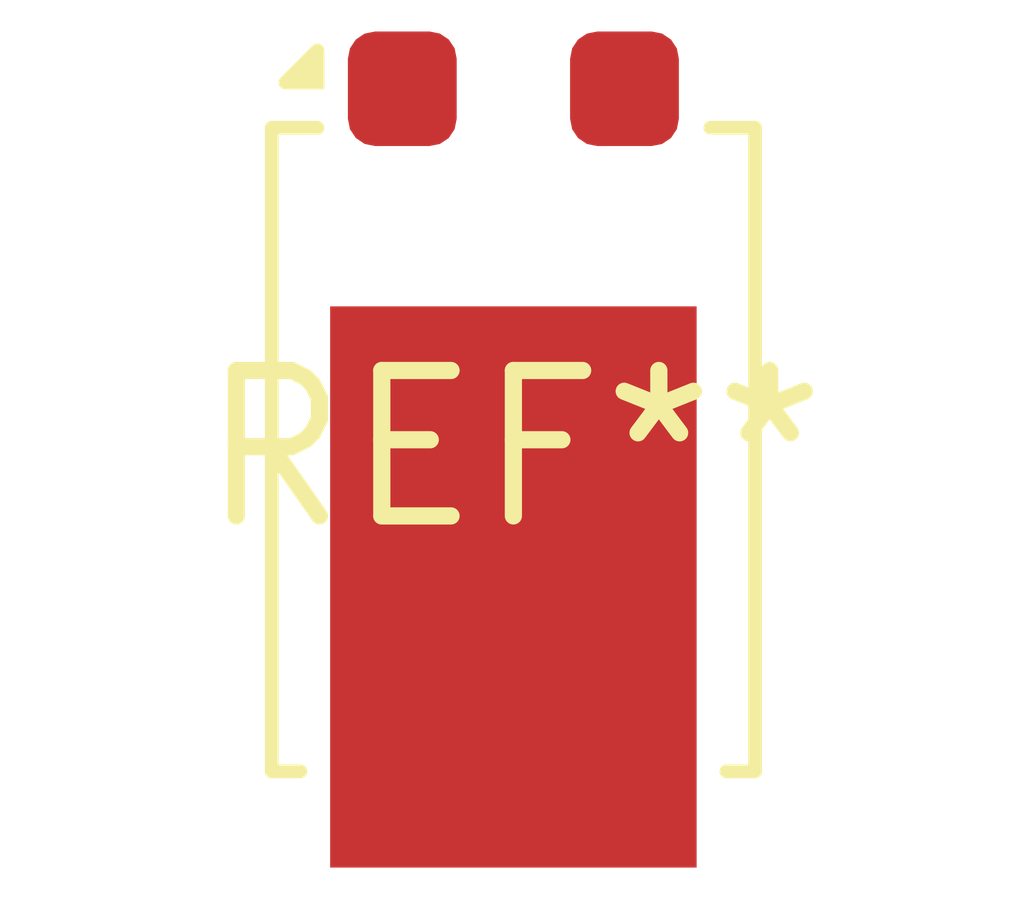
<source format=kicad_pcb>
(kicad_pcb (version 20240108) (generator pcbnew)
  (layers (0 "F.Cu" signal) (31 "B.Cu" signal) (34 "B.Paste" user) (35 "F.Paste" user) (36 "B.SilkS" user "B.Silkscreen") (37 "F.SilkS" user "F.Silkscreen") (38 "B.Mask" user) (39 "F.Mask" user) (44 "Edge.Cuts" user))
  (net 0 "")
  (footprint "TO-277B" (layer "F.Cu") (at 0 0)
    (property "Reference" "REF**")
    (property "Value" "TO-277B")
    (fp_line (start -2.11 -2.81) (end -2.11 2.81) (layer "F.SilkS") (stroke (width 0.12)))
    (fp_line (start -1.86 2.81) (end -2.11 2.81) (layer "F.SilkS") (stroke (width 0.12)))
    (fp_line (start -1.71 -2.81) (end -2.11 -2.81) (layer "F.SilkS") (stroke (width 0.12)))
    (fp_line (start 2.11 -2.81) (end 1.72 -2.81) (layer "F.SilkS") (stroke (width 0.12)))
    (fp_line (start 2.11 2.81) (end 1.86 2.81) (layer "F.SilkS") (stroke (width 0.12)))
    (fp_line (start 2.11 2.81) (end 2.11 -2.81) (layer "F.SilkS") (stroke (width 0.12)))
    (fp_poly (pts (xy -1.71 -3.205) (xy -1.99 -3.205) (xy -1.71 -3.485) (xy -1.71 -3.205)) (layer "F.SilkS") (stroke (width 0.12)) (fill solid))
    (pad "1" smd roundrect (at -0.97 -3.15) (size 0.95 1) (layers "F.Cu" "F.Paste" "F.Mask"))
    (pad "2" smd roundrect (at 0.97 -3.15) (size 0.95 1) (layers "F.Cu" "F.Paste" "F.Mask"))
    (pad "3" smd rect (at 0 1.2) (size 3.2 4.9) (layers "F.Cu" "F.Mask"))
  )
)
</source>
